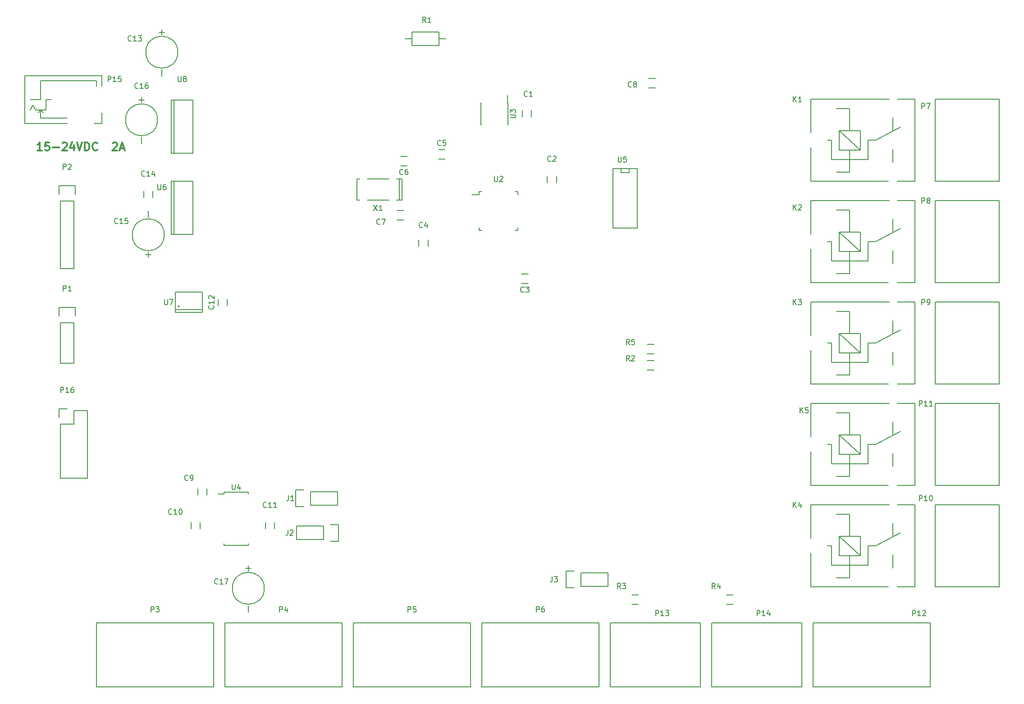
<source format=gbr>
G04 #@! TF.FileFunction,Legend,Top*
%FSLAX46Y46*%
G04 Gerber Fmt 4.6, Leading zero omitted, Abs format (unit mm)*
G04 Created by KiCad (PCBNEW 0.201503150816+5513~22~ubuntu14.04.1-product) date Thu 23 Apr 2015 07:11:57 PM EDT*
%MOMM*%
G01*
G04 APERTURE LIST*
%ADD10C,0.100000*%
%ADD11C,0.300000*%
%ADD12C,0.150000*%
G04 APERTURE END LIST*
D10*
D11*
X53674287Y-57828571D02*
X52817144Y-57828571D01*
X53245716Y-57828571D02*
X53245716Y-56328571D01*
X53102859Y-56542857D01*
X52960001Y-56685714D01*
X52817144Y-56757143D01*
X55031430Y-56328571D02*
X54317144Y-56328571D01*
X54245715Y-57042857D01*
X54317144Y-56971429D01*
X54460001Y-56900000D01*
X54817144Y-56900000D01*
X54960001Y-56971429D01*
X55031430Y-57042857D01*
X55102858Y-57185714D01*
X55102858Y-57542857D01*
X55031430Y-57685714D01*
X54960001Y-57757143D01*
X54817144Y-57828571D01*
X54460001Y-57828571D01*
X54317144Y-57757143D01*
X54245715Y-57685714D01*
X55745715Y-57257143D02*
X56888572Y-57257143D01*
X57531429Y-56471429D02*
X57602858Y-56400000D01*
X57745715Y-56328571D01*
X58102858Y-56328571D01*
X58245715Y-56400000D01*
X58317144Y-56471429D01*
X58388572Y-56614286D01*
X58388572Y-56757143D01*
X58317144Y-56971429D01*
X57460001Y-57828571D01*
X58388572Y-57828571D01*
X59674286Y-56828571D02*
X59674286Y-57828571D01*
X59317143Y-56257143D02*
X58960000Y-57328571D01*
X59888572Y-57328571D01*
X60245714Y-56328571D02*
X60745714Y-57828571D01*
X61245714Y-56328571D01*
X61745714Y-57828571D02*
X61745714Y-56328571D01*
X62102857Y-56328571D01*
X62317142Y-56400000D01*
X62460000Y-56542857D01*
X62531428Y-56685714D01*
X62602857Y-56971429D01*
X62602857Y-57185714D01*
X62531428Y-57471429D01*
X62460000Y-57614286D01*
X62317142Y-57757143D01*
X62102857Y-57828571D01*
X61745714Y-57828571D01*
X64102857Y-57685714D02*
X64031428Y-57757143D01*
X63817142Y-57828571D01*
X63674285Y-57828571D01*
X63460000Y-57757143D01*
X63317142Y-57614286D01*
X63245714Y-57471429D01*
X63174285Y-57185714D01*
X63174285Y-56971429D01*
X63245714Y-56685714D01*
X63317142Y-56542857D01*
X63460000Y-56400000D01*
X63674285Y-56328571D01*
X63817142Y-56328571D01*
X64031428Y-56400000D01*
X64102857Y-56471429D01*
X66959999Y-56471429D02*
X67031428Y-56400000D01*
X67174285Y-56328571D01*
X67531428Y-56328571D01*
X67674285Y-56400000D01*
X67745714Y-56471429D01*
X67817142Y-56614286D01*
X67817142Y-56757143D01*
X67745714Y-56971429D01*
X66888571Y-57828571D01*
X67817142Y-57828571D01*
X68388570Y-57400000D02*
X69102856Y-57400000D01*
X68245713Y-57828571D02*
X68745713Y-56328571D01*
X69245713Y-57828571D01*
D12*
X82945000Y-122520000D02*
X82945000Y-121320000D01*
X84695000Y-121320000D02*
X84695000Y-122520000D01*
X81675000Y-128870000D02*
X81675000Y-127670000D01*
X83425000Y-127670000D02*
X83425000Y-128870000D01*
X95645000Y-128870000D02*
X95645000Y-127670000D01*
X97395000Y-127670000D02*
X97395000Y-128870000D01*
X88505000Y-85760000D02*
X88505000Y-86960000D01*
X86755000Y-86960000D02*
X86755000Y-85760000D01*
X76200000Y-42620000D02*
X76200000Y-42870000D01*
X76200000Y-43870000D02*
X76200000Y-42870000D01*
X76200000Y-36120000D02*
X76200000Y-35120000D01*
X76200000Y-35870000D02*
X76200000Y-35370000D01*
X75700000Y-35620000D02*
X76700000Y-35620000D01*
X79200000Y-39370000D02*
G75*
G03X79200000Y-39370000I-3000000J0D01*
G01*
X72785000Y-66640000D02*
X72785000Y-65440000D01*
X74535000Y-65440000D02*
X74535000Y-66640000D01*
X73660000Y-70410000D02*
X73660000Y-70160000D01*
X73660000Y-69160000D02*
X73660000Y-70160000D01*
X73660000Y-76910000D02*
X73660000Y-77910000D01*
X73660000Y-77160000D02*
X73660000Y-77660000D01*
X74160000Y-77410000D02*
X73160000Y-77410000D01*
X76660000Y-73660000D02*
G75*
G03X76660000Y-73660000I-3000000J0D01*
G01*
X72390000Y-55320000D02*
X72390000Y-55570000D01*
X72390000Y-56570000D02*
X72390000Y-55570000D01*
X72390000Y-48820000D02*
X72390000Y-47820000D01*
X72390000Y-48570000D02*
X72390000Y-48070000D01*
X71890000Y-48320000D02*
X72890000Y-48320000D01*
X75390000Y-52070000D02*
G75*
G03X75390000Y-52070000I-3000000J0D01*
G01*
X92456000Y-143331000D02*
X92456000Y-143581000D01*
X92456000Y-144581000D02*
X92456000Y-143581000D01*
X92456000Y-136831000D02*
X92456000Y-135831000D01*
X92456000Y-136581000D02*
X92456000Y-136081000D01*
X91956000Y-136331000D02*
X92956000Y-136331000D01*
X95456000Y-140081000D02*
G75*
G03X95456000Y-140081000I-3000000J0D01*
G01*
X104140000Y-124460000D02*
X109220000Y-124460000D01*
X109220000Y-124460000D02*
X109220000Y-121920000D01*
X109220000Y-121920000D02*
X104140000Y-121920000D01*
X101320000Y-121640000D02*
X102870000Y-121640000D01*
X104140000Y-121920000D02*
X104140000Y-124460000D01*
X102870000Y-124740000D02*
X101320000Y-124740000D01*
X101320000Y-124740000D02*
X101320000Y-121640000D01*
X106553000Y-128397000D02*
X101473000Y-128397000D01*
X101473000Y-128397000D02*
X101473000Y-130937000D01*
X101473000Y-130937000D02*
X106553000Y-130937000D01*
X109373000Y-131217000D02*
X107823000Y-131217000D01*
X106553000Y-130937000D02*
X106553000Y-128397000D01*
X107823000Y-128117000D02*
X109373000Y-128117000D01*
X109373000Y-128117000D02*
X109373000Y-131217000D01*
X154940000Y-139700000D02*
X160020000Y-139700000D01*
X160020000Y-139700000D02*
X160020000Y-137160000D01*
X160020000Y-137160000D02*
X154940000Y-137160000D01*
X152120000Y-136880000D02*
X153670000Y-136880000D01*
X154940000Y-137160000D02*
X154940000Y-139700000D01*
X153670000Y-139980000D02*
X152120000Y-139980000D01*
X152120000Y-139980000D02*
X152120000Y-136880000D01*
X214390000Y-63580000D02*
X217690000Y-63580000D01*
X217690000Y-63580000D02*
X217690000Y-48180000D01*
X217690000Y-48180000D02*
X214340000Y-48180000D01*
X198090000Y-57230000D02*
X198090000Y-63580000D01*
X198090000Y-63580000D02*
X212640000Y-63580000D01*
X198090000Y-54480000D02*
X198090000Y-48180000D01*
X198090000Y-48180000D02*
X212840000Y-48180000D01*
X198090000Y-48230000D02*
X198090000Y-54480000D01*
X213540000Y-60080000D02*
X213540000Y-57630000D01*
X213540000Y-51680000D02*
X213540000Y-54180000D01*
X202940000Y-61930000D02*
X205440000Y-61930000D01*
X202040000Y-55930000D02*
X201240000Y-55930000D01*
X205440000Y-49930000D02*
X202940000Y-49930000D01*
X208840000Y-55930000D02*
X210340000Y-55930000D01*
X210340000Y-55930000D02*
X214940000Y-53430000D01*
X208840000Y-59530000D02*
X202040000Y-59530000D01*
X208840000Y-55930000D02*
X208840000Y-59530000D01*
X202040000Y-55930000D02*
X202040000Y-59530000D01*
X205440000Y-49930000D02*
X205440000Y-54130000D01*
X205440000Y-57730000D02*
X205440000Y-61930000D01*
X207440000Y-57730000D02*
X203440000Y-54130000D01*
X203440000Y-57730000D02*
X203440000Y-54130000D01*
X203440000Y-54130000D02*
X207440000Y-54130000D01*
X207440000Y-54130000D02*
X207440000Y-57730000D01*
X207440000Y-57730000D02*
X203440000Y-57730000D01*
X214390000Y-82630000D02*
X217690000Y-82630000D01*
X217690000Y-82630000D02*
X217690000Y-67230000D01*
X217690000Y-67230000D02*
X214340000Y-67230000D01*
X198090000Y-76280000D02*
X198090000Y-82630000D01*
X198090000Y-82630000D02*
X212640000Y-82630000D01*
X198090000Y-73530000D02*
X198090000Y-67230000D01*
X198090000Y-67230000D02*
X212840000Y-67230000D01*
X198090000Y-67280000D02*
X198090000Y-73530000D01*
X213540000Y-79130000D02*
X213540000Y-76680000D01*
X213540000Y-70730000D02*
X213540000Y-73230000D01*
X202940000Y-80980000D02*
X205440000Y-80980000D01*
X202040000Y-74980000D02*
X201240000Y-74980000D01*
X205440000Y-68980000D02*
X202940000Y-68980000D01*
X208840000Y-74980000D02*
X210340000Y-74980000D01*
X210340000Y-74980000D02*
X214940000Y-72480000D01*
X208840000Y-78580000D02*
X202040000Y-78580000D01*
X208840000Y-74980000D02*
X208840000Y-78580000D01*
X202040000Y-74980000D02*
X202040000Y-78580000D01*
X205440000Y-68980000D02*
X205440000Y-73180000D01*
X205440000Y-76780000D02*
X205440000Y-80980000D01*
X207440000Y-76780000D02*
X203440000Y-73180000D01*
X203440000Y-76780000D02*
X203440000Y-73180000D01*
X203440000Y-73180000D02*
X207440000Y-73180000D01*
X207440000Y-73180000D02*
X207440000Y-76780000D01*
X207440000Y-76780000D02*
X203440000Y-76780000D01*
X214390000Y-101680000D02*
X217690000Y-101680000D01*
X217690000Y-101680000D02*
X217690000Y-86280000D01*
X217690000Y-86280000D02*
X214340000Y-86280000D01*
X198090000Y-95330000D02*
X198090000Y-101680000D01*
X198090000Y-101680000D02*
X212640000Y-101680000D01*
X198090000Y-92580000D02*
X198090000Y-86280000D01*
X198090000Y-86280000D02*
X212840000Y-86280000D01*
X198090000Y-86330000D02*
X198090000Y-92580000D01*
X213540000Y-98180000D02*
X213540000Y-95730000D01*
X213540000Y-89780000D02*
X213540000Y-92280000D01*
X202940000Y-100030000D02*
X205440000Y-100030000D01*
X202040000Y-94030000D02*
X201240000Y-94030000D01*
X205440000Y-88030000D02*
X202940000Y-88030000D01*
X208840000Y-94030000D02*
X210340000Y-94030000D01*
X210340000Y-94030000D02*
X214940000Y-91530000D01*
X208840000Y-97630000D02*
X202040000Y-97630000D01*
X208840000Y-94030000D02*
X208840000Y-97630000D01*
X202040000Y-94030000D02*
X202040000Y-97630000D01*
X205440000Y-88030000D02*
X205440000Y-92230000D01*
X205440000Y-95830000D02*
X205440000Y-100030000D01*
X207440000Y-95830000D02*
X203440000Y-92230000D01*
X203440000Y-95830000D02*
X203440000Y-92230000D01*
X203440000Y-92230000D02*
X207440000Y-92230000D01*
X207440000Y-92230000D02*
X207440000Y-95830000D01*
X207440000Y-95830000D02*
X203440000Y-95830000D01*
X214390000Y-139780000D02*
X217690000Y-139780000D01*
X217690000Y-139780000D02*
X217690000Y-124380000D01*
X217690000Y-124380000D02*
X214340000Y-124380000D01*
X198090000Y-133430000D02*
X198090000Y-139780000D01*
X198090000Y-139780000D02*
X212640000Y-139780000D01*
X198090000Y-130680000D02*
X198090000Y-124380000D01*
X198090000Y-124380000D02*
X212840000Y-124380000D01*
X198090000Y-124430000D02*
X198090000Y-130680000D01*
X213540000Y-136280000D02*
X213540000Y-133830000D01*
X213540000Y-127880000D02*
X213540000Y-130380000D01*
X202940000Y-138130000D02*
X205440000Y-138130000D01*
X202040000Y-132130000D02*
X201240000Y-132130000D01*
X205440000Y-126130000D02*
X202940000Y-126130000D01*
X208840000Y-132130000D02*
X210340000Y-132130000D01*
X210340000Y-132130000D02*
X214940000Y-129630000D01*
X208840000Y-135730000D02*
X202040000Y-135730000D01*
X208840000Y-132130000D02*
X208840000Y-135730000D01*
X202040000Y-132130000D02*
X202040000Y-135730000D01*
X205440000Y-126130000D02*
X205440000Y-130330000D01*
X205440000Y-133930000D02*
X205440000Y-138130000D01*
X207440000Y-133930000D02*
X203440000Y-130330000D01*
X203440000Y-133930000D02*
X203440000Y-130330000D01*
X203440000Y-130330000D02*
X207440000Y-130330000D01*
X207440000Y-130330000D02*
X207440000Y-133930000D01*
X207440000Y-133930000D02*
X203440000Y-133930000D01*
X214390000Y-120730000D02*
X217690000Y-120730000D01*
X217690000Y-120730000D02*
X217690000Y-105330000D01*
X217690000Y-105330000D02*
X214340000Y-105330000D01*
X198090000Y-114380000D02*
X198090000Y-120730000D01*
X198090000Y-120730000D02*
X212640000Y-120730000D01*
X198090000Y-111630000D02*
X198090000Y-105330000D01*
X198090000Y-105330000D02*
X212840000Y-105330000D01*
X198090000Y-105380000D02*
X198090000Y-111630000D01*
X213540000Y-117230000D02*
X213540000Y-114780000D01*
X213540000Y-108830000D02*
X213540000Y-111330000D01*
X202940000Y-119080000D02*
X205440000Y-119080000D01*
X202040000Y-113080000D02*
X201240000Y-113080000D01*
X205440000Y-107080000D02*
X202940000Y-107080000D01*
X208840000Y-113080000D02*
X210340000Y-113080000D01*
X210340000Y-113080000D02*
X214940000Y-110580000D01*
X208840000Y-116680000D02*
X202040000Y-116680000D01*
X208840000Y-113080000D02*
X208840000Y-116680000D01*
X202040000Y-113080000D02*
X202040000Y-116680000D01*
X205440000Y-107080000D02*
X205440000Y-111280000D01*
X205440000Y-114880000D02*
X205440000Y-119080000D01*
X207440000Y-114880000D02*
X203440000Y-111280000D01*
X203440000Y-114880000D02*
X203440000Y-111280000D01*
X203440000Y-111280000D02*
X207440000Y-111280000D01*
X207440000Y-111280000D02*
X207440000Y-114880000D01*
X207440000Y-114880000D02*
X203440000Y-114880000D01*
X57150000Y-90170000D02*
X57150000Y-97790000D01*
X59690000Y-90170000D02*
X59690000Y-97790000D01*
X59970000Y-87350000D02*
X59970000Y-88900000D01*
X57150000Y-97790000D02*
X59690000Y-97790000D01*
X59690000Y-90170000D02*
X57150000Y-90170000D01*
X56870000Y-88900000D02*
X56870000Y-87350000D01*
X56870000Y-87350000D02*
X59970000Y-87350000D01*
X59690000Y-67310000D02*
X59690000Y-80010000D01*
X59690000Y-80010000D02*
X57150000Y-80010000D01*
X57150000Y-80010000D02*
X57150000Y-67310000D01*
X59970000Y-64490000D02*
X59970000Y-66040000D01*
X59690000Y-67310000D02*
X57150000Y-67310000D01*
X56870000Y-66040000D02*
X56870000Y-64490000D01*
X56870000Y-64490000D02*
X59970000Y-64490000D01*
X63930000Y-146590000D02*
X85930000Y-146590000D01*
X85930000Y-146590000D02*
X85930000Y-158590000D01*
X85930000Y-158590000D02*
X63930000Y-158590000D01*
X63930000Y-158590000D02*
X63930000Y-146590000D01*
X88060000Y-146590000D02*
X110060000Y-146590000D01*
X110060000Y-146590000D02*
X110060000Y-158590000D01*
X110060000Y-158590000D02*
X88060000Y-158590000D01*
X88060000Y-158590000D02*
X88060000Y-146590000D01*
X112190000Y-146590000D02*
X134190000Y-146590000D01*
X134190000Y-146590000D02*
X134190000Y-158590000D01*
X134190000Y-158590000D02*
X112190000Y-158590000D01*
X112190000Y-158590000D02*
X112190000Y-146590000D01*
X136320000Y-146590000D02*
X158320000Y-146590000D01*
X158320000Y-146590000D02*
X158320000Y-158590000D01*
X158320000Y-158590000D02*
X136320000Y-158590000D01*
X136320000Y-158590000D02*
X136320000Y-146590000D01*
X221520000Y-48180000D02*
X221520000Y-63580000D01*
X221520000Y-63580000D02*
X233520000Y-63580000D01*
X233520000Y-63580000D02*
X233520000Y-55880000D01*
X221520000Y-48180000D02*
X233520000Y-48180000D01*
X233520000Y-48180000D02*
X233520000Y-55880000D01*
X221520000Y-67230000D02*
X221520000Y-82630000D01*
X221520000Y-82630000D02*
X233520000Y-82630000D01*
X233520000Y-82630000D02*
X233520000Y-74930000D01*
X221520000Y-67230000D02*
X233520000Y-67230000D01*
X233520000Y-67230000D02*
X233520000Y-74930000D01*
X221520000Y-86280000D02*
X221520000Y-101680000D01*
X221520000Y-101680000D02*
X233520000Y-101680000D01*
X233520000Y-101680000D02*
X233520000Y-93980000D01*
X221520000Y-86280000D02*
X233520000Y-86280000D01*
X233520000Y-86280000D02*
X233520000Y-93980000D01*
X221520000Y-124380000D02*
X221520000Y-139780000D01*
X221520000Y-139780000D02*
X233520000Y-139780000D01*
X233520000Y-139780000D02*
X233520000Y-132080000D01*
X221520000Y-124380000D02*
X233520000Y-124380000D01*
X233520000Y-124380000D02*
X233520000Y-132080000D01*
X221520000Y-105330000D02*
X221520000Y-120730000D01*
X221520000Y-120730000D02*
X233520000Y-120730000D01*
X233520000Y-120730000D02*
X233520000Y-113030000D01*
X221520000Y-105330000D02*
X233520000Y-105330000D01*
X233520000Y-105330000D02*
X233520000Y-113030000D01*
X198550000Y-146590000D02*
X220550000Y-146590000D01*
X220550000Y-146590000D02*
X220550000Y-158590000D01*
X220550000Y-158590000D02*
X198550000Y-158590000D01*
X198550000Y-158590000D02*
X198550000Y-146590000D01*
X160410000Y-146590000D02*
X177410000Y-146590000D01*
X177410000Y-146590000D02*
X177410000Y-158590000D01*
X177410000Y-158590000D02*
X160410000Y-158590000D01*
X160410000Y-158590000D02*
X160410000Y-146590000D01*
X179460000Y-146590000D02*
X196460000Y-146590000D01*
X196460000Y-146590000D02*
X196460000Y-158590000D01*
X196460000Y-158590000D02*
X179460000Y-158590000D01*
X179460000Y-158590000D02*
X179460000Y-146590000D01*
X58460000Y-51760000D02*
X53460000Y-51760000D01*
X53460000Y-51760000D02*
X53460000Y-50260000D01*
X53460000Y-50260000D02*
X53960000Y-50760000D01*
X53960000Y-50760000D02*
X53460000Y-50260000D01*
X53460000Y-50260000D02*
X52960000Y-50760000D01*
X55460000Y-48260000D02*
X54460000Y-48260000D01*
X54460000Y-48260000D02*
X54460000Y-50260000D01*
X54460000Y-50260000D02*
X52460000Y-50260000D01*
X52460000Y-50260000D02*
X51960000Y-49260000D01*
X51960000Y-49260000D02*
X51460000Y-50260000D01*
X63960000Y-45760000D02*
X63960000Y-44760000D01*
X63960000Y-44760000D02*
X53460000Y-44760000D01*
X53460000Y-44760000D02*
X53460000Y-48260000D01*
X53460000Y-48260000D02*
X51460000Y-48260000D01*
X64960000Y-50760000D02*
X64960000Y-52760000D01*
X64960000Y-52760000D02*
X63460000Y-52760000D01*
X50460000Y-52760000D02*
X50460000Y-43760000D01*
X50460000Y-43760000D02*
X64960000Y-43760000D01*
X64960000Y-43760000D02*
X64960000Y-45760000D01*
X50460000Y-52760000D02*
X58460000Y-52760000D01*
X123190000Y-35560000D02*
X128270000Y-35560000D01*
X128270000Y-35560000D02*
X128270000Y-38100000D01*
X128270000Y-38100000D02*
X123190000Y-38100000D01*
X123190000Y-38100000D02*
X123190000Y-35560000D01*
X123190000Y-36830000D02*
X121920000Y-36830000D01*
X128270000Y-36830000D02*
X129540000Y-36830000D01*
X167421000Y-97296000D02*
X168621000Y-97296000D01*
X168621000Y-99046000D02*
X167421000Y-99046000D01*
X164500000Y-141365000D02*
X165700000Y-141365000D01*
X165700000Y-143115000D02*
X164500000Y-143115000D01*
X182280000Y-141365000D02*
X183480000Y-141365000D01*
X183480000Y-143115000D02*
X182280000Y-143115000D01*
X167421000Y-94248000D02*
X168621000Y-94248000D01*
X168621000Y-95998000D02*
X167421000Y-95998000D01*
X87845000Y-122025000D02*
X87845000Y-122350000D01*
X92495000Y-122025000D02*
X92495000Y-122350000D01*
X92495000Y-131975000D02*
X92495000Y-131650000D01*
X87845000Y-131975000D02*
X87845000Y-131650000D01*
X87845000Y-122025000D02*
X92495000Y-122025000D01*
X87845000Y-131975000D02*
X92495000Y-131975000D01*
X87845000Y-122350000D02*
X86770000Y-122350000D01*
X78510000Y-63580000D02*
X78510000Y-73580000D01*
X82010000Y-63580000D02*
X78010000Y-63580000D01*
X78010000Y-63580000D02*
X78010000Y-73580000D01*
X78010000Y-73580000D02*
X82010000Y-73580000D01*
X82010000Y-73580000D02*
X82010000Y-63580000D01*
X79502000Y-87122000D02*
G75*
G03X79502000Y-87122000I-127000J0D01*
G01*
X78740000Y-87757000D02*
X83820000Y-87757000D01*
X78740000Y-84455000D02*
X83820000Y-84455000D01*
X78740000Y-88265000D02*
X83820000Y-88265000D01*
X78740000Y-88265000D02*
X78740000Y-84455000D01*
X83820000Y-88265000D02*
X83820000Y-84455000D01*
X78510000Y-48340000D02*
X78510000Y-58340000D01*
X82010000Y-48340000D02*
X78010000Y-48340000D01*
X78010000Y-48340000D02*
X78010000Y-58340000D01*
X78010000Y-58340000D02*
X82010000Y-58340000D01*
X82010000Y-58340000D02*
X82010000Y-48340000D01*
X62230000Y-106680000D02*
X62230000Y-119380000D01*
X62230000Y-119380000D02*
X57150000Y-119380000D01*
X57150000Y-119380000D02*
X57150000Y-109220000D01*
X62230000Y-106680000D02*
X59690000Y-106680000D01*
X58420000Y-106400000D02*
X56870000Y-106400000D01*
X59690000Y-106680000D02*
X59690000Y-109220000D01*
X59690000Y-109220000D02*
X57150000Y-109220000D01*
X56870000Y-106400000D02*
X56870000Y-107950000D01*
X145655000Y-50327000D02*
X145655000Y-51527000D01*
X143905000Y-51527000D02*
X143905000Y-50327000D01*
X148604000Y-63846000D02*
X148604000Y-62646000D01*
X150354000Y-62646000D02*
X150354000Y-63846000D01*
X143799000Y-81040000D02*
X144999000Y-81040000D01*
X144999000Y-82790000D02*
X143799000Y-82790000D01*
X126224000Y-74584000D02*
X126224000Y-75784000D01*
X124474000Y-75784000D02*
X124474000Y-74584000D01*
X129378000Y-59422000D02*
X128178000Y-59422000D01*
X128178000Y-57672000D02*
X129378000Y-57672000D01*
X121066000Y-58942000D02*
X122266000Y-58942000D01*
X122266000Y-60692000D02*
X121066000Y-60692000D01*
X120431000Y-69102000D02*
X121631000Y-69102000D01*
X121631000Y-70852000D02*
X120431000Y-70852000D01*
X168875000Y-46087000D02*
X167675000Y-46087000D01*
X167675000Y-44337000D02*
X168875000Y-44337000D01*
X135821000Y-65590000D02*
X135821000Y-66115000D01*
X143071000Y-65590000D02*
X143071000Y-66115000D01*
X143071000Y-72840000D02*
X143071000Y-72315000D01*
X135821000Y-72840000D02*
X135821000Y-72315000D01*
X135821000Y-65590000D02*
X136346000Y-65590000D01*
X135821000Y-72840000D02*
X136346000Y-72840000D01*
X143071000Y-72840000D02*
X142546000Y-72840000D01*
X143071000Y-65590000D02*
X142546000Y-65590000D01*
X135821000Y-66115000D02*
X134446000Y-66115000D01*
X141259000Y-48852000D02*
X141114000Y-48852000D01*
X141259000Y-53002000D02*
X141114000Y-53002000D01*
X136109000Y-53002000D02*
X136254000Y-53002000D01*
X136109000Y-48852000D02*
X136254000Y-48852000D01*
X141259000Y-48852000D02*
X141259000Y-53002000D01*
X136109000Y-48852000D02*
X136109000Y-53002000D01*
X141114000Y-48852000D02*
X141114000Y-47452000D01*
X163957000Y-61214000D02*
X163957000Y-61976000D01*
X163957000Y-61976000D02*
X162433000Y-61976000D01*
X162433000Y-61976000D02*
X162433000Y-61214000D01*
X165481000Y-72390000D02*
X160909000Y-72390000D01*
X160909000Y-72390000D02*
X160909000Y-61214000D01*
X160909000Y-61214000D02*
X165481000Y-61214000D01*
X165481000Y-61214000D02*
X165481000Y-72390000D01*
X120840000Y-67151000D02*
X121340000Y-67151000D01*
X121340000Y-67151000D02*
X121340000Y-63151000D01*
X121340000Y-63151000D02*
X120840000Y-63151000D01*
X120340000Y-63151000D02*
X120840000Y-63151000D01*
X120840000Y-63151000D02*
X120840000Y-67151000D01*
X120840000Y-67151000D02*
X120340000Y-67151000D01*
X113340000Y-67151000D02*
X112840000Y-67151000D01*
X112840000Y-67151000D02*
X112840000Y-63151000D01*
X112840000Y-63151000D02*
X113340000Y-63151000D01*
X118840000Y-63151000D02*
X114840000Y-63151000D01*
X118840000Y-67151000D02*
X114840000Y-67151000D01*
X81113334Y-119737143D02*
X81065715Y-119784762D01*
X80922858Y-119832381D01*
X80827620Y-119832381D01*
X80684762Y-119784762D01*
X80589524Y-119689524D01*
X80541905Y-119594286D01*
X80494286Y-119403810D01*
X80494286Y-119260952D01*
X80541905Y-119070476D01*
X80589524Y-118975238D01*
X80684762Y-118880000D01*
X80827620Y-118832381D01*
X80922858Y-118832381D01*
X81065715Y-118880000D01*
X81113334Y-118927619D01*
X81589524Y-119832381D02*
X81780000Y-119832381D01*
X81875239Y-119784762D01*
X81922858Y-119737143D01*
X82018096Y-119594286D01*
X82065715Y-119403810D01*
X82065715Y-119022857D01*
X82018096Y-118927619D01*
X81970477Y-118880000D01*
X81875239Y-118832381D01*
X81684762Y-118832381D01*
X81589524Y-118880000D01*
X81541905Y-118927619D01*
X81494286Y-119022857D01*
X81494286Y-119260952D01*
X81541905Y-119356190D01*
X81589524Y-119403810D01*
X81684762Y-119451429D01*
X81875239Y-119451429D01*
X81970477Y-119403810D01*
X82018096Y-119356190D01*
X82065715Y-119260952D01*
X78097143Y-126087143D02*
X78049524Y-126134762D01*
X77906667Y-126182381D01*
X77811429Y-126182381D01*
X77668571Y-126134762D01*
X77573333Y-126039524D01*
X77525714Y-125944286D01*
X77478095Y-125753810D01*
X77478095Y-125610952D01*
X77525714Y-125420476D01*
X77573333Y-125325238D01*
X77668571Y-125230000D01*
X77811429Y-125182381D01*
X77906667Y-125182381D01*
X78049524Y-125230000D01*
X78097143Y-125277619D01*
X79049524Y-126182381D02*
X78478095Y-126182381D01*
X78763809Y-126182381D02*
X78763809Y-125182381D01*
X78668571Y-125325238D01*
X78573333Y-125420476D01*
X78478095Y-125468095D01*
X79668571Y-125182381D02*
X79763810Y-125182381D01*
X79859048Y-125230000D01*
X79906667Y-125277619D01*
X79954286Y-125372857D01*
X80001905Y-125563333D01*
X80001905Y-125801429D01*
X79954286Y-125991905D01*
X79906667Y-126087143D01*
X79859048Y-126134762D01*
X79763810Y-126182381D01*
X79668571Y-126182381D01*
X79573333Y-126134762D01*
X79525714Y-126087143D01*
X79478095Y-125991905D01*
X79430476Y-125801429D01*
X79430476Y-125563333D01*
X79478095Y-125372857D01*
X79525714Y-125277619D01*
X79573333Y-125230000D01*
X79668571Y-125182381D01*
X95877143Y-124817143D02*
X95829524Y-124864762D01*
X95686667Y-124912381D01*
X95591429Y-124912381D01*
X95448571Y-124864762D01*
X95353333Y-124769524D01*
X95305714Y-124674286D01*
X95258095Y-124483810D01*
X95258095Y-124340952D01*
X95305714Y-124150476D01*
X95353333Y-124055238D01*
X95448571Y-123960000D01*
X95591429Y-123912381D01*
X95686667Y-123912381D01*
X95829524Y-123960000D01*
X95877143Y-124007619D01*
X96829524Y-124912381D02*
X96258095Y-124912381D01*
X96543809Y-124912381D02*
X96543809Y-123912381D01*
X96448571Y-124055238D01*
X96353333Y-124150476D01*
X96258095Y-124198095D01*
X97781905Y-124912381D02*
X97210476Y-124912381D01*
X97496190Y-124912381D02*
X97496190Y-123912381D01*
X97400952Y-124055238D01*
X97305714Y-124150476D01*
X97210476Y-124198095D01*
X85887143Y-87002857D02*
X85934762Y-87050476D01*
X85982381Y-87193333D01*
X85982381Y-87288571D01*
X85934762Y-87431429D01*
X85839524Y-87526667D01*
X85744286Y-87574286D01*
X85553810Y-87621905D01*
X85410952Y-87621905D01*
X85220476Y-87574286D01*
X85125238Y-87526667D01*
X85030000Y-87431429D01*
X84982381Y-87288571D01*
X84982381Y-87193333D01*
X85030000Y-87050476D01*
X85077619Y-87002857D01*
X85982381Y-86050476D02*
X85982381Y-86621905D01*
X85982381Y-86336191D02*
X84982381Y-86336191D01*
X85125238Y-86431429D01*
X85220476Y-86526667D01*
X85268095Y-86621905D01*
X85077619Y-85669524D02*
X85030000Y-85621905D01*
X84982381Y-85526667D01*
X84982381Y-85288571D01*
X85030000Y-85193333D01*
X85077619Y-85145714D01*
X85172857Y-85098095D01*
X85268095Y-85098095D01*
X85410952Y-85145714D01*
X85982381Y-85717143D01*
X85982381Y-85098095D01*
X70477143Y-37187143D02*
X70429524Y-37234762D01*
X70286667Y-37282381D01*
X70191429Y-37282381D01*
X70048571Y-37234762D01*
X69953333Y-37139524D01*
X69905714Y-37044286D01*
X69858095Y-36853810D01*
X69858095Y-36710952D01*
X69905714Y-36520476D01*
X69953333Y-36425238D01*
X70048571Y-36330000D01*
X70191429Y-36282381D01*
X70286667Y-36282381D01*
X70429524Y-36330000D01*
X70477143Y-36377619D01*
X71429524Y-37282381D02*
X70858095Y-37282381D01*
X71143809Y-37282381D02*
X71143809Y-36282381D01*
X71048571Y-36425238D01*
X70953333Y-36520476D01*
X70858095Y-36568095D01*
X71762857Y-36282381D02*
X72381905Y-36282381D01*
X72048571Y-36663333D01*
X72191429Y-36663333D01*
X72286667Y-36710952D01*
X72334286Y-36758571D01*
X72381905Y-36853810D01*
X72381905Y-37091905D01*
X72334286Y-37187143D01*
X72286667Y-37234762D01*
X72191429Y-37282381D01*
X71905714Y-37282381D01*
X71810476Y-37234762D01*
X71762857Y-37187143D01*
X73017143Y-62587143D02*
X72969524Y-62634762D01*
X72826667Y-62682381D01*
X72731429Y-62682381D01*
X72588571Y-62634762D01*
X72493333Y-62539524D01*
X72445714Y-62444286D01*
X72398095Y-62253810D01*
X72398095Y-62110952D01*
X72445714Y-61920476D01*
X72493333Y-61825238D01*
X72588571Y-61730000D01*
X72731429Y-61682381D01*
X72826667Y-61682381D01*
X72969524Y-61730000D01*
X73017143Y-61777619D01*
X73969524Y-62682381D02*
X73398095Y-62682381D01*
X73683809Y-62682381D02*
X73683809Y-61682381D01*
X73588571Y-61825238D01*
X73493333Y-61920476D01*
X73398095Y-61968095D01*
X74826667Y-62015714D02*
X74826667Y-62682381D01*
X74588571Y-61634762D02*
X74350476Y-62349048D01*
X74969524Y-62349048D01*
X67937143Y-71477143D02*
X67889524Y-71524762D01*
X67746667Y-71572381D01*
X67651429Y-71572381D01*
X67508571Y-71524762D01*
X67413333Y-71429524D01*
X67365714Y-71334286D01*
X67318095Y-71143810D01*
X67318095Y-71000952D01*
X67365714Y-70810476D01*
X67413333Y-70715238D01*
X67508571Y-70620000D01*
X67651429Y-70572381D01*
X67746667Y-70572381D01*
X67889524Y-70620000D01*
X67937143Y-70667619D01*
X68889524Y-71572381D02*
X68318095Y-71572381D01*
X68603809Y-71572381D02*
X68603809Y-70572381D01*
X68508571Y-70715238D01*
X68413333Y-70810476D01*
X68318095Y-70858095D01*
X69794286Y-70572381D02*
X69318095Y-70572381D01*
X69270476Y-71048571D01*
X69318095Y-71000952D01*
X69413333Y-70953333D01*
X69651429Y-70953333D01*
X69746667Y-71000952D01*
X69794286Y-71048571D01*
X69841905Y-71143810D01*
X69841905Y-71381905D01*
X69794286Y-71477143D01*
X69746667Y-71524762D01*
X69651429Y-71572381D01*
X69413333Y-71572381D01*
X69318095Y-71524762D01*
X69270476Y-71477143D01*
X71747143Y-46077143D02*
X71699524Y-46124762D01*
X71556667Y-46172381D01*
X71461429Y-46172381D01*
X71318571Y-46124762D01*
X71223333Y-46029524D01*
X71175714Y-45934286D01*
X71128095Y-45743810D01*
X71128095Y-45600952D01*
X71175714Y-45410476D01*
X71223333Y-45315238D01*
X71318571Y-45220000D01*
X71461429Y-45172381D01*
X71556667Y-45172381D01*
X71699524Y-45220000D01*
X71747143Y-45267619D01*
X72699524Y-46172381D02*
X72128095Y-46172381D01*
X72413809Y-46172381D02*
X72413809Y-45172381D01*
X72318571Y-45315238D01*
X72223333Y-45410476D01*
X72128095Y-45458095D01*
X73556667Y-45172381D02*
X73366190Y-45172381D01*
X73270952Y-45220000D01*
X73223333Y-45267619D01*
X73128095Y-45410476D01*
X73080476Y-45600952D01*
X73080476Y-45981905D01*
X73128095Y-46077143D01*
X73175714Y-46124762D01*
X73270952Y-46172381D01*
X73461429Y-46172381D01*
X73556667Y-46124762D01*
X73604286Y-46077143D01*
X73651905Y-45981905D01*
X73651905Y-45743810D01*
X73604286Y-45648571D01*
X73556667Y-45600952D01*
X73461429Y-45553333D01*
X73270952Y-45553333D01*
X73175714Y-45600952D01*
X73128095Y-45648571D01*
X73080476Y-45743810D01*
X86733143Y-139168143D02*
X86685524Y-139215762D01*
X86542667Y-139263381D01*
X86447429Y-139263381D01*
X86304571Y-139215762D01*
X86209333Y-139120524D01*
X86161714Y-139025286D01*
X86114095Y-138834810D01*
X86114095Y-138691952D01*
X86161714Y-138501476D01*
X86209333Y-138406238D01*
X86304571Y-138311000D01*
X86447429Y-138263381D01*
X86542667Y-138263381D01*
X86685524Y-138311000D01*
X86733143Y-138358619D01*
X87685524Y-139263381D02*
X87114095Y-139263381D01*
X87399809Y-139263381D02*
X87399809Y-138263381D01*
X87304571Y-138406238D01*
X87209333Y-138501476D01*
X87114095Y-138549095D01*
X88018857Y-138263381D02*
X88685524Y-138263381D01*
X88256952Y-139263381D01*
X99996667Y-122642381D02*
X99996667Y-123356667D01*
X99949047Y-123499524D01*
X99853809Y-123594762D01*
X99710952Y-123642381D01*
X99615714Y-123642381D01*
X100996667Y-123642381D02*
X100425238Y-123642381D01*
X100710952Y-123642381D02*
X100710952Y-122642381D01*
X100615714Y-122785238D01*
X100520476Y-122880476D01*
X100425238Y-122928095D01*
X99869667Y-129119381D02*
X99869667Y-129833667D01*
X99822047Y-129976524D01*
X99726809Y-130071762D01*
X99583952Y-130119381D01*
X99488714Y-130119381D01*
X100298238Y-129214619D02*
X100345857Y-129167000D01*
X100441095Y-129119381D01*
X100679191Y-129119381D01*
X100774429Y-129167000D01*
X100822048Y-129214619D01*
X100869667Y-129309857D01*
X100869667Y-129405095D01*
X100822048Y-129547952D01*
X100250619Y-130119381D01*
X100869667Y-130119381D01*
X149526667Y-137882381D02*
X149526667Y-138596667D01*
X149479047Y-138739524D01*
X149383809Y-138834762D01*
X149240952Y-138882381D01*
X149145714Y-138882381D01*
X149907619Y-137882381D02*
X150526667Y-137882381D01*
X150193333Y-138263333D01*
X150336191Y-138263333D01*
X150431429Y-138310952D01*
X150479048Y-138358571D01*
X150526667Y-138453810D01*
X150526667Y-138691905D01*
X150479048Y-138787143D01*
X150431429Y-138834762D01*
X150336191Y-138882381D01*
X150050476Y-138882381D01*
X149955238Y-138834762D01*
X149907619Y-138787143D01*
X194841905Y-48712381D02*
X194841905Y-47712381D01*
X195413334Y-48712381D02*
X194984762Y-48140952D01*
X195413334Y-47712381D02*
X194841905Y-48283810D01*
X196365715Y-48712381D02*
X195794286Y-48712381D01*
X196080000Y-48712381D02*
X196080000Y-47712381D01*
X195984762Y-47855238D01*
X195889524Y-47950476D01*
X195794286Y-47998095D01*
X194841905Y-69032381D02*
X194841905Y-68032381D01*
X195413334Y-69032381D02*
X194984762Y-68460952D01*
X195413334Y-68032381D02*
X194841905Y-68603810D01*
X195794286Y-68127619D02*
X195841905Y-68080000D01*
X195937143Y-68032381D01*
X196175239Y-68032381D01*
X196270477Y-68080000D01*
X196318096Y-68127619D01*
X196365715Y-68222857D01*
X196365715Y-68318095D01*
X196318096Y-68460952D01*
X195746667Y-69032381D01*
X196365715Y-69032381D01*
X194841905Y-86812381D02*
X194841905Y-85812381D01*
X195413334Y-86812381D02*
X194984762Y-86240952D01*
X195413334Y-85812381D02*
X194841905Y-86383810D01*
X195746667Y-85812381D02*
X196365715Y-85812381D01*
X196032381Y-86193333D01*
X196175239Y-86193333D01*
X196270477Y-86240952D01*
X196318096Y-86288571D01*
X196365715Y-86383810D01*
X196365715Y-86621905D01*
X196318096Y-86717143D01*
X196270477Y-86764762D01*
X196175239Y-86812381D01*
X195889524Y-86812381D01*
X195794286Y-86764762D01*
X195746667Y-86717143D01*
X194841905Y-124912381D02*
X194841905Y-123912381D01*
X195413334Y-124912381D02*
X194984762Y-124340952D01*
X195413334Y-123912381D02*
X194841905Y-124483810D01*
X196270477Y-124245714D02*
X196270477Y-124912381D01*
X196032381Y-123864762D02*
X195794286Y-124579048D01*
X196413334Y-124579048D01*
X196111905Y-107132381D02*
X196111905Y-106132381D01*
X196683334Y-107132381D02*
X196254762Y-106560952D01*
X196683334Y-106132381D02*
X196111905Y-106703810D01*
X197588096Y-106132381D02*
X197111905Y-106132381D01*
X197064286Y-106608571D01*
X197111905Y-106560952D01*
X197207143Y-106513333D01*
X197445239Y-106513333D01*
X197540477Y-106560952D01*
X197588096Y-106608571D01*
X197635715Y-106703810D01*
X197635715Y-106941905D01*
X197588096Y-107037143D01*
X197540477Y-107084762D01*
X197445239Y-107132381D01*
X197207143Y-107132381D01*
X197111905Y-107084762D01*
X197064286Y-107037143D01*
X57681905Y-84252381D02*
X57681905Y-83252381D01*
X58062858Y-83252381D01*
X58158096Y-83300000D01*
X58205715Y-83347619D01*
X58253334Y-83442857D01*
X58253334Y-83585714D01*
X58205715Y-83680952D01*
X58158096Y-83728571D01*
X58062858Y-83776190D01*
X57681905Y-83776190D01*
X59205715Y-84252381D02*
X58634286Y-84252381D01*
X58920000Y-84252381D02*
X58920000Y-83252381D01*
X58824762Y-83395238D01*
X58729524Y-83490476D01*
X58634286Y-83538095D01*
X57681905Y-61392381D02*
X57681905Y-60392381D01*
X58062858Y-60392381D01*
X58158096Y-60440000D01*
X58205715Y-60487619D01*
X58253334Y-60582857D01*
X58253334Y-60725714D01*
X58205715Y-60820952D01*
X58158096Y-60868571D01*
X58062858Y-60916190D01*
X57681905Y-60916190D01*
X58634286Y-60487619D02*
X58681905Y-60440000D01*
X58777143Y-60392381D01*
X59015239Y-60392381D01*
X59110477Y-60440000D01*
X59158096Y-60487619D01*
X59205715Y-60582857D01*
X59205715Y-60678095D01*
X59158096Y-60820952D01*
X58586667Y-61392381D01*
X59205715Y-61392381D01*
X74191905Y-144542381D02*
X74191905Y-143542381D01*
X74572858Y-143542381D01*
X74668096Y-143590000D01*
X74715715Y-143637619D01*
X74763334Y-143732857D01*
X74763334Y-143875714D01*
X74715715Y-143970952D01*
X74668096Y-144018571D01*
X74572858Y-144066190D01*
X74191905Y-144066190D01*
X75096667Y-143542381D02*
X75715715Y-143542381D01*
X75382381Y-143923333D01*
X75525239Y-143923333D01*
X75620477Y-143970952D01*
X75668096Y-144018571D01*
X75715715Y-144113810D01*
X75715715Y-144351905D01*
X75668096Y-144447143D01*
X75620477Y-144494762D01*
X75525239Y-144542381D01*
X75239524Y-144542381D01*
X75144286Y-144494762D01*
X75096667Y-144447143D01*
X98321905Y-144542381D02*
X98321905Y-143542381D01*
X98702858Y-143542381D01*
X98798096Y-143590000D01*
X98845715Y-143637619D01*
X98893334Y-143732857D01*
X98893334Y-143875714D01*
X98845715Y-143970952D01*
X98798096Y-144018571D01*
X98702858Y-144066190D01*
X98321905Y-144066190D01*
X99750477Y-143875714D02*
X99750477Y-144542381D01*
X99512381Y-143494762D02*
X99274286Y-144209048D01*
X99893334Y-144209048D01*
X122451905Y-144542381D02*
X122451905Y-143542381D01*
X122832858Y-143542381D01*
X122928096Y-143590000D01*
X122975715Y-143637619D01*
X123023334Y-143732857D01*
X123023334Y-143875714D01*
X122975715Y-143970952D01*
X122928096Y-144018571D01*
X122832858Y-144066190D01*
X122451905Y-144066190D01*
X123928096Y-143542381D02*
X123451905Y-143542381D01*
X123404286Y-144018571D01*
X123451905Y-143970952D01*
X123547143Y-143923333D01*
X123785239Y-143923333D01*
X123880477Y-143970952D01*
X123928096Y-144018571D01*
X123975715Y-144113810D01*
X123975715Y-144351905D01*
X123928096Y-144447143D01*
X123880477Y-144494762D01*
X123785239Y-144542381D01*
X123547143Y-144542381D01*
X123451905Y-144494762D01*
X123404286Y-144447143D01*
X146581905Y-144542381D02*
X146581905Y-143542381D01*
X146962858Y-143542381D01*
X147058096Y-143590000D01*
X147105715Y-143637619D01*
X147153334Y-143732857D01*
X147153334Y-143875714D01*
X147105715Y-143970952D01*
X147058096Y-144018571D01*
X146962858Y-144066190D01*
X146581905Y-144066190D01*
X148010477Y-143542381D02*
X147820000Y-143542381D01*
X147724762Y-143590000D01*
X147677143Y-143637619D01*
X147581905Y-143780476D01*
X147534286Y-143970952D01*
X147534286Y-144351905D01*
X147581905Y-144447143D01*
X147629524Y-144494762D01*
X147724762Y-144542381D01*
X147915239Y-144542381D01*
X148010477Y-144494762D01*
X148058096Y-144447143D01*
X148105715Y-144351905D01*
X148105715Y-144113810D01*
X148058096Y-144018571D01*
X148010477Y-143970952D01*
X147915239Y-143923333D01*
X147724762Y-143923333D01*
X147629524Y-143970952D01*
X147581905Y-144018571D01*
X147534286Y-144113810D01*
X218971905Y-49982381D02*
X218971905Y-48982381D01*
X219352858Y-48982381D01*
X219448096Y-49030000D01*
X219495715Y-49077619D01*
X219543334Y-49172857D01*
X219543334Y-49315714D01*
X219495715Y-49410952D01*
X219448096Y-49458571D01*
X219352858Y-49506190D01*
X218971905Y-49506190D01*
X219876667Y-48982381D02*
X220543334Y-48982381D01*
X220114762Y-49982381D01*
X218971905Y-67762381D02*
X218971905Y-66762381D01*
X219352858Y-66762381D01*
X219448096Y-66810000D01*
X219495715Y-66857619D01*
X219543334Y-66952857D01*
X219543334Y-67095714D01*
X219495715Y-67190952D01*
X219448096Y-67238571D01*
X219352858Y-67286190D01*
X218971905Y-67286190D01*
X220114762Y-67190952D02*
X220019524Y-67143333D01*
X219971905Y-67095714D01*
X219924286Y-67000476D01*
X219924286Y-66952857D01*
X219971905Y-66857619D01*
X220019524Y-66810000D01*
X220114762Y-66762381D01*
X220305239Y-66762381D01*
X220400477Y-66810000D01*
X220448096Y-66857619D01*
X220495715Y-66952857D01*
X220495715Y-67000476D01*
X220448096Y-67095714D01*
X220400477Y-67143333D01*
X220305239Y-67190952D01*
X220114762Y-67190952D01*
X220019524Y-67238571D01*
X219971905Y-67286190D01*
X219924286Y-67381429D01*
X219924286Y-67571905D01*
X219971905Y-67667143D01*
X220019524Y-67714762D01*
X220114762Y-67762381D01*
X220305239Y-67762381D01*
X220400477Y-67714762D01*
X220448096Y-67667143D01*
X220495715Y-67571905D01*
X220495715Y-67381429D01*
X220448096Y-67286190D01*
X220400477Y-67238571D01*
X220305239Y-67190952D01*
X218971905Y-86812381D02*
X218971905Y-85812381D01*
X219352858Y-85812381D01*
X219448096Y-85860000D01*
X219495715Y-85907619D01*
X219543334Y-86002857D01*
X219543334Y-86145714D01*
X219495715Y-86240952D01*
X219448096Y-86288571D01*
X219352858Y-86336190D01*
X218971905Y-86336190D01*
X220019524Y-86812381D02*
X220210000Y-86812381D01*
X220305239Y-86764762D01*
X220352858Y-86717143D01*
X220448096Y-86574286D01*
X220495715Y-86383810D01*
X220495715Y-86002857D01*
X220448096Y-85907619D01*
X220400477Y-85860000D01*
X220305239Y-85812381D01*
X220114762Y-85812381D01*
X220019524Y-85860000D01*
X219971905Y-85907619D01*
X219924286Y-86002857D01*
X219924286Y-86240952D01*
X219971905Y-86336190D01*
X220019524Y-86383810D01*
X220114762Y-86431429D01*
X220305239Y-86431429D01*
X220400477Y-86383810D01*
X220448096Y-86336190D01*
X220495715Y-86240952D01*
X218495714Y-123642381D02*
X218495714Y-122642381D01*
X218876667Y-122642381D01*
X218971905Y-122690000D01*
X219019524Y-122737619D01*
X219067143Y-122832857D01*
X219067143Y-122975714D01*
X219019524Y-123070952D01*
X218971905Y-123118571D01*
X218876667Y-123166190D01*
X218495714Y-123166190D01*
X220019524Y-123642381D02*
X219448095Y-123642381D01*
X219733809Y-123642381D02*
X219733809Y-122642381D01*
X219638571Y-122785238D01*
X219543333Y-122880476D01*
X219448095Y-122928095D01*
X220638571Y-122642381D02*
X220733810Y-122642381D01*
X220829048Y-122690000D01*
X220876667Y-122737619D01*
X220924286Y-122832857D01*
X220971905Y-123023333D01*
X220971905Y-123261429D01*
X220924286Y-123451905D01*
X220876667Y-123547143D01*
X220829048Y-123594762D01*
X220733810Y-123642381D01*
X220638571Y-123642381D01*
X220543333Y-123594762D01*
X220495714Y-123547143D01*
X220448095Y-123451905D01*
X220400476Y-123261429D01*
X220400476Y-123023333D01*
X220448095Y-122832857D01*
X220495714Y-122737619D01*
X220543333Y-122690000D01*
X220638571Y-122642381D01*
X218495714Y-105862381D02*
X218495714Y-104862381D01*
X218876667Y-104862381D01*
X218971905Y-104910000D01*
X219019524Y-104957619D01*
X219067143Y-105052857D01*
X219067143Y-105195714D01*
X219019524Y-105290952D01*
X218971905Y-105338571D01*
X218876667Y-105386190D01*
X218495714Y-105386190D01*
X220019524Y-105862381D02*
X219448095Y-105862381D01*
X219733809Y-105862381D02*
X219733809Y-104862381D01*
X219638571Y-105005238D01*
X219543333Y-105100476D01*
X219448095Y-105148095D01*
X220971905Y-105862381D02*
X220400476Y-105862381D01*
X220686190Y-105862381D02*
X220686190Y-104862381D01*
X220590952Y-105005238D01*
X220495714Y-105100476D01*
X220400476Y-105148095D01*
X217225714Y-145232381D02*
X217225714Y-144232381D01*
X217606667Y-144232381D01*
X217701905Y-144280000D01*
X217749524Y-144327619D01*
X217797143Y-144422857D01*
X217797143Y-144565714D01*
X217749524Y-144660952D01*
X217701905Y-144708571D01*
X217606667Y-144756190D01*
X217225714Y-144756190D01*
X218749524Y-145232381D02*
X218178095Y-145232381D01*
X218463809Y-145232381D02*
X218463809Y-144232381D01*
X218368571Y-144375238D01*
X218273333Y-144470476D01*
X218178095Y-144518095D01*
X219130476Y-144327619D02*
X219178095Y-144280000D01*
X219273333Y-144232381D01*
X219511429Y-144232381D01*
X219606667Y-144280000D01*
X219654286Y-144327619D01*
X219701905Y-144422857D01*
X219701905Y-144518095D01*
X219654286Y-144660952D01*
X219082857Y-145232381D01*
X219701905Y-145232381D01*
X168965714Y-145232381D02*
X168965714Y-144232381D01*
X169346667Y-144232381D01*
X169441905Y-144280000D01*
X169489524Y-144327619D01*
X169537143Y-144422857D01*
X169537143Y-144565714D01*
X169489524Y-144660952D01*
X169441905Y-144708571D01*
X169346667Y-144756190D01*
X168965714Y-144756190D01*
X170489524Y-145232381D02*
X169918095Y-145232381D01*
X170203809Y-145232381D02*
X170203809Y-144232381D01*
X170108571Y-144375238D01*
X170013333Y-144470476D01*
X169918095Y-144518095D01*
X170822857Y-144232381D02*
X171441905Y-144232381D01*
X171108571Y-144613333D01*
X171251429Y-144613333D01*
X171346667Y-144660952D01*
X171394286Y-144708571D01*
X171441905Y-144803810D01*
X171441905Y-145041905D01*
X171394286Y-145137143D01*
X171346667Y-145184762D01*
X171251429Y-145232381D01*
X170965714Y-145232381D01*
X170870476Y-145184762D01*
X170822857Y-145137143D01*
X188015714Y-145232381D02*
X188015714Y-144232381D01*
X188396667Y-144232381D01*
X188491905Y-144280000D01*
X188539524Y-144327619D01*
X188587143Y-144422857D01*
X188587143Y-144565714D01*
X188539524Y-144660952D01*
X188491905Y-144708571D01*
X188396667Y-144756190D01*
X188015714Y-144756190D01*
X189539524Y-145232381D02*
X188968095Y-145232381D01*
X189253809Y-145232381D02*
X189253809Y-144232381D01*
X189158571Y-144375238D01*
X189063333Y-144470476D01*
X188968095Y-144518095D01*
X190396667Y-144565714D02*
X190396667Y-145232381D01*
X190158571Y-144184762D02*
X189920476Y-144899048D01*
X190539524Y-144899048D01*
X66095714Y-44902381D02*
X66095714Y-43902381D01*
X66476667Y-43902381D01*
X66571905Y-43950000D01*
X66619524Y-43997619D01*
X66667143Y-44092857D01*
X66667143Y-44235714D01*
X66619524Y-44330952D01*
X66571905Y-44378571D01*
X66476667Y-44426190D01*
X66095714Y-44426190D01*
X67619524Y-44902381D02*
X67048095Y-44902381D01*
X67333809Y-44902381D02*
X67333809Y-43902381D01*
X67238571Y-44045238D01*
X67143333Y-44140476D01*
X67048095Y-44188095D01*
X68524286Y-43902381D02*
X68048095Y-43902381D01*
X68000476Y-44378571D01*
X68048095Y-44330952D01*
X68143333Y-44283333D01*
X68381429Y-44283333D01*
X68476667Y-44330952D01*
X68524286Y-44378571D01*
X68571905Y-44473810D01*
X68571905Y-44711905D01*
X68524286Y-44807143D01*
X68476667Y-44854762D01*
X68381429Y-44902381D01*
X68143333Y-44902381D01*
X68048095Y-44854762D01*
X68000476Y-44807143D01*
X125812254Y-33782261D02*
X125478920Y-33306070D01*
X125240825Y-33782261D02*
X125240825Y-32782261D01*
X125621778Y-32782261D01*
X125717016Y-32829880D01*
X125764635Y-32877499D01*
X125812254Y-32972737D01*
X125812254Y-33115594D01*
X125764635Y-33210832D01*
X125717016Y-33258451D01*
X125621778Y-33306070D01*
X125240825Y-33306070D01*
X126764635Y-33782261D02*
X126193206Y-33782261D01*
X126478920Y-33782261D02*
X126478920Y-32782261D01*
X126383682Y-32925118D01*
X126288444Y-33020356D01*
X126193206Y-33067975D01*
X164044334Y-97353381D02*
X163711000Y-96877190D01*
X163472905Y-97353381D02*
X163472905Y-96353381D01*
X163853858Y-96353381D01*
X163949096Y-96401000D01*
X163996715Y-96448619D01*
X164044334Y-96543857D01*
X164044334Y-96686714D01*
X163996715Y-96781952D01*
X163949096Y-96829571D01*
X163853858Y-96877190D01*
X163472905Y-96877190D01*
X164425286Y-96448619D02*
X164472905Y-96401000D01*
X164568143Y-96353381D01*
X164806239Y-96353381D01*
X164901477Y-96401000D01*
X164949096Y-96448619D01*
X164996715Y-96543857D01*
X164996715Y-96639095D01*
X164949096Y-96781952D01*
X164377667Y-97353381D01*
X164996715Y-97353381D01*
X162393334Y-140152381D02*
X162060000Y-139676190D01*
X161821905Y-140152381D02*
X161821905Y-139152381D01*
X162202858Y-139152381D01*
X162298096Y-139200000D01*
X162345715Y-139247619D01*
X162393334Y-139342857D01*
X162393334Y-139485714D01*
X162345715Y-139580952D01*
X162298096Y-139628571D01*
X162202858Y-139676190D01*
X161821905Y-139676190D01*
X162726667Y-139152381D02*
X163345715Y-139152381D01*
X163012381Y-139533333D01*
X163155239Y-139533333D01*
X163250477Y-139580952D01*
X163298096Y-139628571D01*
X163345715Y-139723810D01*
X163345715Y-139961905D01*
X163298096Y-140057143D01*
X163250477Y-140104762D01*
X163155239Y-140152381D01*
X162869524Y-140152381D01*
X162774286Y-140104762D01*
X162726667Y-140057143D01*
X180173334Y-140152381D02*
X179840000Y-139676190D01*
X179601905Y-140152381D02*
X179601905Y-139152381D01*
X179982858Y-139152381D01*
X180078096Y-139200000D01*
X180125715Y-139247619D01*
X180173334Y-139342857D01*
X180173334Y-139485714D01*
X180125715Y-139580952D01*
X180078096Y-139628571D01*
X179982858Y-139676190D01*
X179601905Y-139676190D01*
X181030477Y-139485714D02*
X181030477Y-140152381D01*
X180792381Y-139104762D02*
X180554286Y-139819048D01*
X181173334Y-139819048D01*
X164044334Y-94305381D02*
X163711000Y-93829190D01*
X163472905Y-94305381D02*
X163472905Y-93305381D01*
X163853858Y-93305381D01*
X163949096Y-93353000D01*
X163996715Y-93400619D01*
X164044334Y-93495857D01*
X164044334Y-93638714D01*
X163996715Y-93733952D01*
X163949096Y-93781571D01*
X163853858Y-93829190D01*
X163472905Y-93829190D01*
X164949096Y-93305381D02*
X164472905Y-93305381D01*
X164425286Y-93781571D01*
X164472905Y-93733952D01*
X164568143Y-93686333D01*
X164806239Y-93686333D01*
X164901477Y-93733952D01*
X164949096Y-93781571D01*
X164996715Y-93876810D01*
X164996715Y-94114905D01*
X164949096Y-94210143D01*
X164901477Y-94257762D01*
X164806239Y-94305381D01*
X164568143Y-94305381D01*
X164472905Y-94257762D01*
X164425286Y-94210143D01*
X89408095Y-120552381D02*
X89408095Y-121361905D01*
X89455714Y-121457143D01*
X89503333Y-121504762D01*
X89598571Y-121552381D01*
X89789048Y-121552381D01*
X89884286Y-121504762D01*
X89931905Y-121457143D01*
X89979524Y-121361905D01*
X89979524Y-120552381D01*
X90884286Y-120885714D02*
X90884286Y-121552381D01*
X90646190Y-120504762D02*
X90408095Y-121219048D01*
X91027143Y-121219048D01*
X75438095Y-64222381D02*
X75438095Y-65031905D01*
X75485714Y-65127143D01*
X75533333Y-65174762D01*
X75628571Y-65222381D01*
X75819048Y-65222381D01*
X75914286Y-65174762D01*
X75961905Y-65127143D01*
X76009524Y-65031905D01*
X76009524Y-64222381D01*
X76914286Y-64222381D02*
X76723809Y-64222381D01*
X76628571Y-64270000D01*
X76580952Y-64317619D01*
X76485714Y-64460476D01*
X76438095Y-64650952D01*
X76438095Y-65031905D01*
X76485714Y-65127143D01*
X76533333Y-65174762D01*
X76628571Y-65222381D01*
X76819048Y-65222381D01*
X76914286Y-65174762D01*
X76961905Y-65127143D01*
X77009524Y-65031905D01*
X77009524Y-64793810D01*
X76961905Y-64698571D01*
X76914286Y-64650952D01*
X76819048Y-64603333D01*
X76628571Y-64603333D01*
X76533333Y-64650952D01*
X76485714Y-64698571D01*
X76438095Y-64793810D01*
X76708095Y-85812381D02*
X76708095Y-86621905D01*
X76755714Y-86717143D01*
X76803333Y-86764762D01*
X76898571Y-86812381D01*
X77089048Y-86812381D01*
X77184286Y-86764762D01*
X77231905Y-86717143D01*
X77279524Y-86621905D01*
X77279524Y-85812381D01*
X77660476Y-85812381D02*
X78327143Y-85812381D01*
X77898571Y-86812381D01*
X79248095Y-43902381D02*
X79248095Y-44711905D01*
X79295714Y-44807143D01*
X79343333Y-44854762D01*
X79438571Y-44902381D01*
X79629048Y-44902381D01*
X79724286Y-44854762D01*
X79771905Y-44807143D01*
X79819524Y-44711905D01*
X79819524Y-43902381D01*
X80438571Y-44330952D02*
X80343333Y-44283333D01*
X80295714Y-44235714D01*
X80248095Y-44140476D01*
X80248095Y-44092857D01*
X80295714Y-43997619D01*
X80343333Y-43950000D01*
X80438571Y-43902381D01*
X80629048Y-43902381D01*
X80724286Y-43950000D01*
X80771905Y-43997619D01*
X80819524Y-44092857D01*
X80819524Y-44140476D01*
X80771905Y-44235714D01*
X80724286Y-44283333D01*
X80629048Y-44330952D01*
X80438571Y-44330952D01*
X80343333Y-44378571D01*
X80295714Y-44426190D01*
X80248095Y-44521429D01*
X80248095Y-44711905D01*
X80295714Y-44807143D01*
X80343333Y-44854762D01*
X80438571Y-44902381D01*
X80629048Y-44902381D01*
X80724286Y-44854762D01*
X80771905Y-44807143D01*
X80819524Y-44711905D01*
X80819524Y-44521429D01*
X80771905Y-44426190D01*
X80724286Y-44378571D01*
X80629048Y-44330952D01*
X57205714Y-103302381D02*
X57205714Y-102302381D01*
X57586667Y-102302381D01*
X57681905Y-102350000D01*
X57729524Y-102397619D01*
X57777143Y-102492857D01*
X57777143Y-102635714D01*
X57729524Y-102730952D01*
X57681905Y-102778571D01*
X57586667Y-102826190D01*
X57205714Y-102826190D01*
X58729524Y-103302381D02*
X58158095Y-103302381D01*
X58443809Y-103302381D02*
X58443809Y-102302381D01*
X58348571Y-102445238D01*
X58253333Y-102540476D01*
X58158095Y-102588095D01*
X59586667Y-102302381D02*
X59396190Y-102302381D01*
X59300952Y-102350000D01*
X59253333Y-102397619D01*
X59158095Y-102540476D01*
X59110476Y-102730952D01*
X59110476Y-103111905D01*
X59158095Y-103207143D01*
X59205714Y-103254762D01*
X59300952Y-103302381D01*
X59491429Y-103302381D01*
X59586667Y-103254762D01*
X59634286Y-103207143D01*
X59681905Y-103111905D01*
X59681905Y-102873810D01*
X59634286Y-102778571D01*
X59586667Y-102730952D01*
X59491429Y-102683333D01*
X59300952Y-102683333D01*
X59205714Y-102730952D01*
X59158095Y-102778571D01*
X59110476Y-102873810D01*
X144867334Y-47601143D02*
X144819715Y-47648762D01*
X144676858Y-47696381D01*
X144581620Y-47696381D01*
X144438762Y-47648762D01*
X144343524Y-47553524D01*
X144295905Y-47458286D01*
X144248286Y-47267810D01*
X144248286Y-47124952D01*
X144295905Y-46934476D01*
X144343524Y-46839238D01*
X144438762Y-46744000D01*
X144581620Y-46696381D01*
X144676858Y-46696381D01*
X144819715Y-46744000D01*
X144867334Y-46791619D01*
X145819715Y-47696381D02*
X145248286Y-47696381D01*
X145534000Y-47696381D02*
X145534000Y-46696381D01*
X145438762Y-46839238D01*
X145343524Y-46934476D01*
X145248286Y-46982095D01*
X149312334Y-59793143D02*
X149264715Y-59840762D01*
X149121858Y-59888381D01*
X149026620Y-59888381D01*
X148883762Y-59840762D01*
X148788524Y-59745524D01*
X148740905Y-59650286D01*
X148693286Y-59459810D01*
X148693286Y-59316952D01*
X148740905Y-59126476D01*
X148788524Y-59031238D01*
X148883762Y-58936000D01*
X149026620Y-58888381D01*
X149121858Y-58888381D01*
X149264715Y-58936000D01*
X149312334Y-58983619D01*
X149693286Y-58983619D02*
X149740905Y-58936000D01*
X149836143Y-58888381D01*
X150074239Y-58888381D01*
X150169477Y-58936000D01*
X150217096Y-58983619D01*
X150264715Y-59078857D01*
X150264715Y-59174095D01*
X150217096Y-59316952D01*
X149645667Y-59888381D01*
X150264715Y-59888381D01*
X144232334Y-84372143D02*
X144184715Y-84419762D01*
X144041858Y-84467381D01*
X143946620Y-84467381D01*
X143803762Y-84419762D01*
X143708524Y-84324524D01*
X143660905Y-84229286D01*
X143613286Y-84038810D01*
X143613286Y-83895952D01*
X143660905Y-83705476D01*
X143708524Y-83610238D01*
X143803762Y-83515000D01*
X143946620Y-83467381D01*
X144041858Y-83467381D01*
X144184715Y-83515000D01*
X144232334Y-83562619D01*
X144565667Y-83467381D02*
X145184715Y-83467381D01*
X144851381Y-83848333D01*
X144994239Y-83848333D01*
X145089477Y-83895952D01*
X145137096Y-83943571D01*
X145184715Y-84038810D01*
X145184715Y-84276905D01*
X145137096Y-84372143D01*
X145089477Y-84419762D01*
X144994239Y-84467381D01*
X144708524Y-84467381D01*
X144613286Y-84419762D01*
X144565667Y-84372143D01*
X125182334Y-72239143D02*
X125134715Y-72286762D01*
X124991858Y-72334381D01*
X124896620Y-72334381D01*
X124753762Y-72286762D01*
X124658524Y-72191524D01*
X124610905Y-72096286D01*
X124563286Y-71905810D01*
X124563286Y-71762952D01*
X124610905Y-71572476D01*
X124658524Y-71477238D01*
X124753762Y-71382000D01*
X124896620Y-71334381D01*
X124991858Y-71334381D01*
X125134715Y-71382000D01*
X125182334Y-71429619D01*
X126039477Y-71667714D02*
X126039477Y-72334381D01*
X125801381Y-71286762D02*
X125563286Y-72001048D01*
X126182334Y-72001048D01*
X128611334Y-56804143D02*
X128563715Y-56851762D01*
X128420858Y-56899381D01*
X128325620Y-56899381D01*
X128182762Y-56851762D01*
X128087524Y-56756524D01*
X128039905Y-56661286D01*
X127992286Y-56470810D01*
X127992286Y-56327952D01*
X128039905Y-56137476D01*
X128087524Y-56042238D01*
X128182762Y-55947000D01*
X128325620Y-55899381D01*
X128420858Y-55899381D01*
X128563715Y-55947000D01*
X128611334Y-55994619D01*
X129516096Y-55899381D02*
X129039905Y-55899381D01*
X128992286Y-56375571D01*
X129039905Y-56327952D01*
X129135143Y-56280333D01*
X129373239Y-56280333D01*
X129468477Y-56327952D01*
X129516096Y-56375571D01*
X129563715Y-56470810D01*
X129563715Y-56708905D01*
X129516096Y-56804143D01*
X129468477Y-56851762D01*
X129373239Y-56899381D01*
X129135143Y-56899381D01*
X129039905Y-56851762D01*
X128992286Y-56804143D01*
X121499334Y-62274143D02*
X121451715Y-62321762D01*
X121308858Y-62369381D01*
X121213620Y-62369381D01*
X121070762Y-62321762D01*
X120975524Y-62226524D01*
X120927905Y-62131286D01*
X120880286Y-61940810D01*
X120880286Y-61797952D01*
X120927905Y-61607476D01*
X120975524Y-61512238D01*
X121070762Y-61417000D01*
X121213620Y-61369381D01*
X121308858Y-61369381D01*
X121451715Y-61417000D01*
X121499334Y-61464619D01*
X122356477Y-61369381D02*
X122166000Y-61369381D01*
X122070762Y-61417000D01*
X122023143Y-61464619D01*
X121927905Y-61607476D01*
X121880286Y-61797952D01*
X121880286Y-62178905D01*
X121927905Y-62274143D01*
X121975524Y-62321762D01*
X122070762Y-62369381D01*
X122261239Y-62369381D01*
X122356477Y-62321762D01*
X122404096Y-62274143D01*
X122451715Y-62178905D01*
X122451715Y-61940810D01*
X122404096Y-61845571D01*
X122356477Y-61797952D01*
X122261239Y-61750333D01*
X122070762Y-61750333D01*
X121975524Y-61797952D01*
X121927905Y-61845571D01*
X121880286Y-61940810D01*
X117181334Y-71604143D02*
X117133715Y-71651762D01*
X116990858Y-71699381D01*
X116895620Y-71699381D01*
X116752762Y-71651762D01*
X116657524Y-71556524D01*
X116609905Y-71461286D01*
X116562286Y-71270810D01*
X116562286Y-71127952D01*
X116609905Y-70937476D01*
X116657524Y-70842238D01*
X116752762Y-70747000D01*
X116895620Y-70699381D01*
X116990858Y-70699381D01*
X117133715Y-70747000D01*
X117181334Y-70794619D01*
X117514667Y-70699381D02*
X118181334Y-70699381D01*
X117752762Y-71699381D01*
X164425334Y-45823143D02*
X164377715Y-45870762D01*
X164234858Y-45918381D01*
X164139620Y-45918381D01*
X163996762Y-45870762D01*
X163901524Y-45775524D01*
X163853905Y-45680286D01*
X163806286Y-45489810D01*
X163806286Y-45346952D01*
X163853905Y-45156476D01*
X163901524Y-45061238D01*
X163996762Y-44966000D01*
X164139620Y-44918381D01*
X164234858Y-44918381D01*
X164377715Y-44966000D01*
X164425334Y-45013619D01*
X164996762Y-45346952D02*
X164901524Y-45299333D01*
X164853905Y-45251714D01*
X164806286Y-45156476D01*
X164806286Y-45108857D01*
X164853905Y-45013619D01*
X164901524Y-44966000D01*
X164996762Y-44918381D01*
X165187239Y-44918381D01*
X165282477Y-44966000D01*
X165330096Y-45013619D01*
X165377715Y-45108857D01*
X165377715Y-45156476D01*
X165330096Y-45251714D01*
X165282477Y-45299333D01*
X165187239Y-45346952D01*
X164996762Y-45346952D01*
X164901524Y-45394571D01*
X164853905Y-45442190D01*
X164806286Y-45537429D01*
X164806286Y-45727905D01*
X164853905Y-45823143D01*
X164901524Y-45870762D01*
X164996762Y-45918381D01*
X165187239Y-45918381D01*
X165282477Y-45870762D01*
X165330096Y-45823143D01*
X165377715Y-45727905D01*
X165377715Y-45537429D01*
X165330096Y-45442190D01*
X165282477Y-45394571D01*
X165187239Y-45346952D01*
X138684095Y-62667381D02*
X138684095Y-63476905D01*
X138731714Y-63572143D01*
X138779333Y-63619762D01*
X138874571Y-63667381D01*
X139065048Y-63667381D01*
X139160286Y-63619762D01*
X139207905Y-63572143D01*
X139255524Y-63476905D01*
X139255524Y-62667381D01*
X139684095Y-62762619D02*
X139731714Y-62715000D01*
X139826952Y-62667381D01*
X140065048Y-62667381D01*
X140160286Y-62715000D01*
X140207905Y-62762619D01*
X140255524Y-62857857D01*
X140255524Y-62953095D01*
X140207905Y-63095952D01*
X139636476Y-63667381D01*
X140255524Y-63667381D01*
X141636381Y-51688905D02*
X142445905Y-51688905D01*
X142541143Y-51641286D01*
X142588762Y-51593667D01*
X142636381Y-51498429D01*
X142636381Y-51307952D01*
X142588762Y-51212714D01*
X142541143Y-51165095D01*
X142445905Y-51117476D01*
X141636381Y-51117476D01*
X141636381Y-50736524D02*
X141636381Y-50117476D01*
X142017333Y-50450810D01*
X142017333Y-50307952D01*
X142064952Y-50212714D01*
X142112571Y-50165095D01*
X142207810Y-50117476D01*
X142445905Y-50117476D01*
X142541143Y-50165095D01*
X142588762Y-50212714D01*
X142636381Y-50307952D01*
X142636381Y-50593667D01*
X142588762Y-50688905D01*
X142541143Y-50736524D01*
X161925095Y-59015381D02*
X161925095Y-59824905D01*
X161972714Y-59920143D01*
X162020333Y-59967762D01*
X162115571Y-60015381D01*
X162306048Y-60015381D01*
X162401286Y-59967762D01*
X162448905Y-59920143D01*
X162496524Y-59824905D01*
X162496524Y-59015381D01*
X163448905Y-59015381D02*
X162972714Y-59015381D01*
X162925095Y-59491571D01*
X162972714Y-59443952D01*
X163067952Y-59396333D01*
X163306048Y-59396333D01*
X163401286Y-59443952D01*
X163448905Y-59491571D01*
X163496524Y-59586810D01*
X163496524Y-59824905D01*
X163448905Y-59920143D01*
X163401286Y-59967762D01*
X163306048Y-60015381D01*
X163067952Y-60015381D01*
X162972714Y-59967762D01*
X162925095Y-59920143D01*
X116030476Y-68103381D02*
X116697143Y-69103381D01*
X116697143Y-68103381D02*
X116030476Y-69103381D01*
X117601905Y-69103381D02*
X117030476Y-69103381D01*
X117316190Y-69103381D02*
X117316190Y-68103381D01*
X117220952Y-68246238D01*
X117125714Y-68341476D01*
X117030476Y-68389095D01*
M02*

</source>
